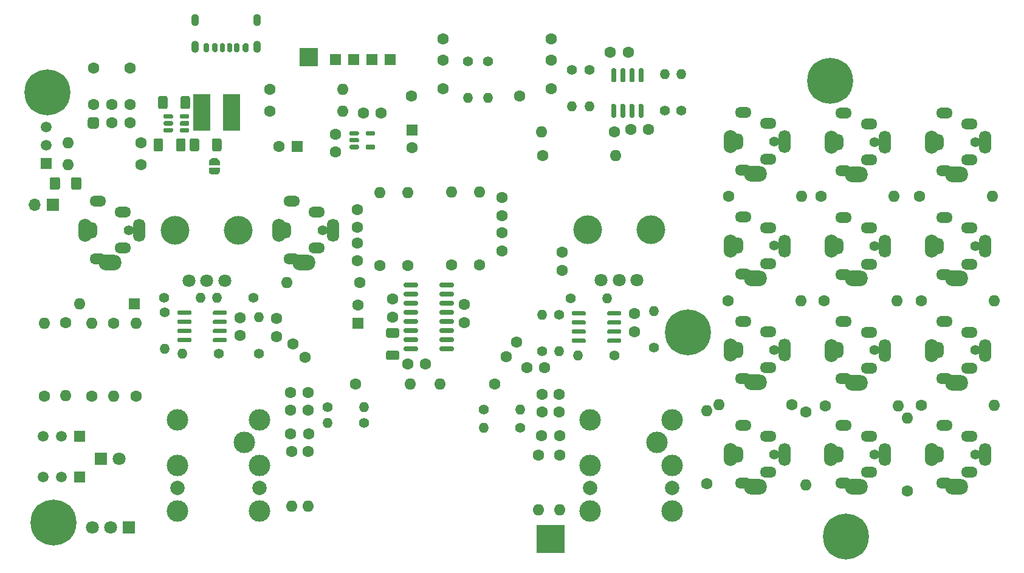
<source format=gts>
G04 #@! TF.GenerationSoftware,KiCad,Pcbnew,9.0.1+1*
G04 #@! TF.CreationDate,2025-05-08T22:10:53+00:00*
G04 #@! TF.ProjectId,spider2,73706964-6572-4322-9e6b-696361645f70,rev?*
G04 #@! TF.SameCoordinates,Original*
G04 #@! TF.FileFunction,Soldermask,Top*
G04 #@! TF.FilePolarity,Negative*
%FSLAX46Y46*%
G04 Gerber Fmt 4.6, Leading zero omitted, Abs format (unit mm)*
G04 Created by KiCad (PCBNEW 9.0.1+1) date 2025-05-08 22:10:53*
%MOMM*%
%LPD*%
G01*
G04 APERTURE LIST*
%ADD10C,1.400000*%
%ADD11O,1.400000X1.400000*%
%ADD12C,1.600000*%
%ADD13O,1.600000X1.600000*%
%ADD14R,1.600000X1.600000*%
%ADD15R,2.500000X2.500000*%
%ADD16O,2.300000X1.500000*%
%ADD17O,1.703200X3.203200*%
%ADD18O,1.903200X3.203200*%
%ADD19O,1.500000X2.300000*%
%ADD20O,3.203200X2.203200*%
%ADD21C,0.800000*%
%ADD22C,6.400000*%
%ADD23C,3.000000*%
%ADD24C,2.000000*%
%ADD25O,1.100000X1.700000*%
%ADD26R,1.500000X1.500000*%
%ADD27C,1.500000*%
%ADD28C,4.000000*%
%ADD29C,1.800000*%
%ADD30R,1.700000X1.700000*%
%ADD31O,1.700000X1.700000*%
%ADD32R,1.800000X1.800000*%
%ADD33R,2.350000X5.100000*%
%ADD34R,4.000000X4.000000*%
G04 APERTURE END LIST*
D10*
X225940000Y-73240000D03*
D11*
X225940000Y-68160000D03*
D12*
X147799400Y-34323400D03*
X152879400Y-34323400D03*
G36*
G01*
X147399400Y-41143400D02*
X148199400Y-41143400D01*
G75*
G02*
X148599400Y-41543400I0J-400000D01*
G01*
X148599400Y-42343400D01*
G75*
G02*
X148199400Y-42743400I-400000J0D01*
G01*
X147399400Y-42743400D01*
G75*
G02*
X146999400Y-42343400I0J400000D01*
G01*
X146999400Y-41543400D01*
G75*
G02*
X147399400Y-41143400I400000J0D01*
G01*
G37*
X150339400Y-41943400D03*
X152879400Y-41943400D03*
X147799400Y-39403400D03*
X150339400Y-39403400D03*
X152879400Y-39403400D03*
X262920000Y-52200000D03*
D13*
X273080000Y-52200000D03*
D12*
X219803450Y-32087766D03*
X222303450Y-32087766D03*
D10*
X214330000Y-66370000D03*
D11*
X219410000Y-66370000D03*
D10*
X227431600Y-40233600D03*
D11*
X227431600Y-35153600D03*
D12*
X187750000Y-61800000D03*
D13*
X187750000Y-51640000D03*
D10*
X220370000Y-74340000D03*
D11*
X215290000Y-74340000D03*
D12*
X263120000Y-81300000D03*
D13*
X273280000Y-81300000D03*
D12*
X177749200Y-87731600D03*
D13*
X177749200Y-95351600D03*
D14*
X192230000Y-42900000D03*
D12*
X192230000Y-45400000D03*
X204750000Y-52350000D03*
X204750000Y-54850000D03*
X204750000Y-59750000D03*
X204750000Y-57250000D03*
D14*
X153475000Y-67125000D03*
D13*
X145855000Y-67125000D03*
D12*
X154453450Y-47717766D03*
D13*
X144293450Y-47717766D03*
D10*
X202800000Y-33400000D03*
D11*
X202800000Y-38480000D03*
D12*
X208175000Y-76050000D03*
X210675000Y-76050000D03*
D15*
X177800000Y-32775000D03*
D16*
X238349112Y-92100000D03*
X241849112Y-90600000D03*
D10*
X242649112Y-88100000D03*
D17*
X244078391Y-88126253D03*
D18*
X236578391Y-88126253D03*
D19*
X237549112Y-88100000D03*
D16*
X238349112Y-84100000D03*
D20*
X240078391Y-92626253D03*
D16*
X241849112Y-85600000D03*
D21*
X248019532Y-36102461D03*
X248722476Y-34405405D03*
X248722476Y-37799517D03*
X250419532Y-33702461D03*
D22*
X250419532Y-36102461D03*
D21*
X250419532Y-38502461D03*
X252116588Y-34405405D03*
X252116588Y-37799517D03*
X252819532Y-36102461D03*
D10*
X157720000Y-68350000D03*
D11*
X157720000Y-73430000D03*
D12*
X199500000Y-69750000D03*
X199500000Y-67250000D03*
D10*
X216890600Y-34518600D03*
D11*
X216890600Y-39598600D03*
D12*
X196550000Y-33200000D03*
X196550000Y-30200000D03*
X192150000Y-38200000D03*
X196550000Y-37200000D03*
X212700000Y-82250000D03*
X212700000Y-79750000D03*
X175620000Y-72700000D03*
X177292827Y-74557862D03*
X175285400Y-85267800D03*
X177785400Y-85267800D03*
X191620000Y-61810000D03*
D13*
X191620000Y-51650000D03*
D12*
X261200000Y-93230000D03*
D13*
X261200000Y-83070000D03*
D12*
X249610000Y-66720000D03*
D13*
X259770000Y-66720000D03*
D23*
X226300000Y-86450000D03*
D24*
X228430000Y-92800000D03*
X217000000Y-92800000D03*
D23*
X217000000Y-96000000D03*
X228430000Y-89650000D03*
X217000000Y-89650000D03*
X228430000Y-96000000D03*
X228430000Y-83300000D03*
X217000000Y-83300000D03*
D12*
X184900000Y-64150000D03*
D13*
X174740000Y-64150000D03*
D23*
X168800000Y-86450000D03*
D24*
X170930000Y-92800000D03*
X159500000Y-92800000D03*
D23*
X159500000Y-96000000D03*
X170930000Y-89650000D03*
X159500000Y-89650000D03*
X170930000Y-96000000D03*
X170930000Y-83300000D03*
X159500000Y-83300000D03*
D12*
X147620000Y-79980000D03*
D13*
X147620000Y-69820000D03*
D12*
X249745000Y-81400000D03*
D13*
X259905000Y-81400000D03*
D10*
X185520000Y-83700000D03*
D11*
X180440000Y-83700000D03*
G36*
G01*
X156190036Y-45650000D02*
X156190036Y-44350000D01*
G75*
G02*
X156440036Y-44100000I250000J0D01*
G01*
X157265036Y-44100000D01*
G75*
G02*
X157515036Y-44350000I0J-250000D01*
G01*
X157515036Y-45650000D01*
G75*
G02*
X157265036Y-45900000I-250000J0D01*
G01*
X156440036Y-45900000D01*
G75*
G02*
X156190036Y-45650000I0J250000D01*
G01*
G37*
G36*
G01*
X159315036Y-45650000D02*
X159315036Y-44350000D01*
G75*
G02*
X159565036Y-44100000I250000J0D01*
G01*
X160390036Y-44100000D01*
G75*
G02*
X160640036Y-44350000I0J-250000D01*
G01*
X160640036Y-45650000D01*
G75*
G02*
X160390036Y-45900000I-250000J0D01*
G01*
X159565036Y-45900000D01*
G75*
G02*
X159315036Y-45650000I0J250000D01*
G01*
G37*
D12*
X249220000Y-52150000D03*
D13*
X259380000Y-52150000D03*
G36*
G01*
X167120000Y-31025000D02*
X167120000Y-31875000D01*
G75*
G02*
X166945000Y-32050000I-175000J0D01*
G01*
X166595000Y-32050000D01*
G75*
G02*
X166420000Y-31875000I0J175000D01*
G01*
X166420000Y-31025000D01*
G75*
G02*
X166595000Y-30850000I175000J0D01*
G01*
X166945000Y-30850000D01*
G75*
G02*
X167120000Y-31025000I0J-175000D01*
G01*
G37*
G36*
G01*
X164370000Y-31860000D02*
X164370000Y-31040000D01*
G75*
G02*
X164560000Y-30850000I190000J0D01*
G01*
X164940000Y-30850000D01*
G75*
G02*
X165130000Y-31040000I0J-190000D01*
G01*
X165130000Y-31860000D01*
G75*
G02*
X164940000Y-32050000I-190000J0D01*
G01*
X164560000Y-32050000D01*
G75*
G02*
X164370000Y-31860000I0J190000D01*
G01*
G37*
G36*
G01*
X163120000Y-31850000D02*
X163120000Y-31050000D01*
G75*
G02*
X163320000Y-30850000I200000J0D01*
G01*
X163720000Y-30850000D01*
G75*
G02*
X163920000Y-31050000I0J-200000D01*
G01*
X163920000Y-31850000D01*
G75*
G02*
X163720000Y-32050000I-200000J0D01*
G01*
X163320000Y-32050000D01*
G75*
G02*
X163120000Y-31850000I0J200000D01*
G01*
G37*
G36*
G01*
X165420000Y-31875000D02*
X165420000Y-31025000D01*
G75*
G02*
X165595000Y-30850000I175000J0D01*
G01*
X165945000Y-30850000D01*
G75*
G02*
X166120000Y-31025000I0J-175000D01*
G01*
X166120000Y-31875000D01*
G75*
G02*
X165945000Y-32050000I-175000J0D01*
G01*
X165595000Y-32050000D01*
G75*
G02*
X165420000Y-31875000I0J175000D01*
G01*
G37*
G36*
G01*
X168170000Y-31040000D02*
X168170000Y-31860000D01*
G75*
G02*
X167980000Y-32050000I-190000J0D01*
G01*
X167600000Y-32050000D01*
G75*
G02*
X167410000Y-31860000I0J190000D01*
G01*
X167410000Y-31040000D01*
G75*
G02*
X167600000Y-30850000I190000J0D01*
G01*
X167980000Y-30850000D01*
G75*
G02*
X168170000Y-31040000I0J-190000D01*
G01*
G37*
G36*
G01*
X169420000Y-31050000D02*
X169420000Y-31850000D01*
G75*
G02*
X169220000Y-32050000I-200000J0D01*
G01*
X168820000Y-32050000D01*
G75*
G02*
X168620000Y-31850000I0J200000D01*
G01*
X168620000Y-31050000D01*
G75*
G02*
X168820000Y-30850000I200000J0D01*
G01*
X169220000Y-30850000D01*
G75*
G02*
X169420000Y-31050000I0J-200000D01*
G01*
G37*
D25*
X170590000Y-31370000D03*
X170590000Y-27570000D03*
X161950000Y-31370000D03*
X161950000Y-27570000D03*
G36*
G01*
X146133450Y-49742767D02*
X146133450Y-50992765D01*
G75*
G02*
X145883449Y-51242766I-250001J0D01*
G01*
X144958451Y-51242766D01*
G75*
G02*
X144708450Y-50992765I0J250001D01*
G01*
X144708450Y-49742767D01*
G75*
G02*
X144958451Y-49492766I250001J0D01*
G01*
X145883449Y-49492766D01*
G75*
G02*
X146133450Y-49742767I0J-250001D01*
G01*
G37*
G36*
G01*
X143158450Y-49742767D02*
X143158450Y-50992765D01*
G75*
G02*
X142908449Y-51242766I-250001J0D01*
G01*
X141983451Y-51242766D01*
G75*
G02*
X141733450Y-50992765I0J250001D01*
G01*
X141733450Y-49742767D01*
G75*
G02*
X141983451Y-49492766I250001J0D01*
G01*
X142908449Y-49492766D01*
G75*
G02*
X143158450Y-49742767I0J-250001D01*
G01*
G37*
D12*
X203708000Y-78282800D03*
D13*
X196088000Y-78282800D03*
D12*
X201600000Y-61700000D03*
D13*
X201600000Y-51540000D03*
D10*
X229743000Y-40233600D03*
D11*
X229743000Y-35153600D03*
D12*
X236195000Y-66725000D03*
D13*
X246355000Y-66725000D03*
D14*
X176192380Y-45200000D03*
D12*
X173692380Y-45200000D03*
X191581400Y-75514200D03*
X194081400Y-75514200D03*
X143980000Y-69810000D03*
D13*
X143980000Y-79970000D03*
D12*
X181500000Y-43500000D03*
X181500000Y-46000000D03*
X247100000Y-82250000D03*
D13*
X247100000Y-92410000D03*
D10*
X210350000Y-73715000D03*
D11*
X210350000Y-68635000D03*
D16*
X238350000Y-63033333D03*
X241850000Y-61533333D03*
D10*
X242650000Y-59033333D03*
D17*
X244079279Y-59059586D03*
D18*
X236579279Y-59059586D03*
D19*
X237550000Y-59033333D03*
D16*
X238350000Y-55033333D03*
D20*
X240079279Y-63559586D03*
D16*
X241850000Y-56533333D03*
G36*
G01*
X214450000Y-68620000D02*
X214450000Y-68320000D01*
G75*
G02*
X214600000Y-68170000I150000J0D01*
G01*
X216250000Y-68170000D01*
G75*
G02*
X216400000Y-68320000I0J-150000D01*
G01*
X216400000Y-68620000D01*
G75*
G02*
X216250000Y-68770000I-150000J0D01*
G01*
X214600000Y-68770000D01*
G75*
G02*
X214450000Y-68620000I0J150000D01*
G01*
G37*
G36*
G01*
X214450000Y-69890000D02*
X214450000Y-69590000D01*
G75*
G02*
X214600000Y-69440000I150000J0D01*
G01*
X216250000Y-69440000D01*
G75*
G02*
X216400000Y-69590000I0J-150000D01*
G01*
X216400000Y-69890000D01*
G75*
G02*
X216250000Y-70040000I-150000J0D01*
G01*
X214600000Y-70040000D01*
G75*
G02*
X214450000Y-69890000I0J150000D01*
G01*
G37*
G36*
G01*
X214450000Y-71160000D02*
X214450000Y-70860000D01*
G75*
G02*
X214600000Y-70710000I150000J0D01*
G01*
X216250000Y-70710000D01*
G75*
G02*
X216400000Y-70860000I0J-150000D01*
G01*
X216400000Y-71160000D01*
G75*
G02*
X216250000Y-71310000I-150000J0D01*
G01*
X214600000Y-71310000D01*
G75*
G02*
X214450000Y-71160000I0J150000D01*
G01*
G37*
G36*
G01*
X214450000Y-72430000D02*
X214450000Y-72130000D01*
G75*
G02*
X214600000Y-71980000I150000J0D01*
G01*
X216250000Y-71980000D01*
G75*
G02*
X216400000Y-72130000I0J-150000D01*
G01*
X216400000Y-72430000D01*
G75*
G02*
X216250000Y-72580000I-150000J0D01*
G01*
X214600000Y-72580000D01*
G75*
G02*
X214450000Y-72430000I0J150000D01*
G01*
G37*
G36*
G01*
X219400000Y-72430000D02*
X219400000Y-72130000D01*
G75*
G02*
X219550000Y-71980000I150000J0D01*
G01*
X221200000Y-71980000D01*
G75*
G02*
X221350000Y-72130000I0J-150000D01*
G01*
X221350000Y-72430000D01*
G75*
G02*
X221200000Y-72580000I-150000J0D01*
G01*
X219550000Y-72580000D01*
G75*
G02*
X219400000Y-72430000I0J150000D01*
G01*
G37*
G36*
G01*
X219400000Y-71160000D02*
X219400000Y-70860000D01*
G75*
G02*
X219550000Y-70710000I150000J0D01*
G01*
X221200000Y-70710000D01*
G75*
G02*
X221350000Y-70860000I0J-150000D01*
G01*
X221350000Y-71160000D01*
G75*
G02*
X221200000Y-71310000I-150000J0D01*
G01*
X219550000Y-71310000D01*
G75*
G02*
X219400000Y-71160000I0J150000D01*
G01*
G37*
G36*
G01*
X219400000Y-69890000D02*
X219400000Y-69590000D01*
G75*
G02*
X219550000Y-69440000I150000J0D01*
G01*
X221200000Y-69440000D01*
G75*
G02*
X221350000Y-69590000I0J-150000D01*
G01*
X221350000Y-69890000D01*
G75*
G02*
X221200000Y-70040000I-150000J0D01*
G01*
X219550000Y-70040000D01*
G75*
G02*
X219400000Y-69890000I0J150000D01*
G01*
G37*
G36*
G01*
X219400000Y-68620000D02*
X219400000Y-68320000D01*
G75*
G02*
X219550000Y-68170000I150000J0D01*
G01*
X221200000Y-68170000D01*
G75*
G02*
X221350000Y-68320000I0J-150000D01*
G01*
X221350000Y-68620000D01*
G75*
G02*
X221200000Y-68770000I-150000J0D01*
G01*
X219550000Y-68770000D01*
G75*
G02*
X219400000Y-68620000I0J150000D01*
G01*
G37*
D26*
X145860000Y-85630000D03*
D27*
X143320000Y-85630000D03*
X140780000Y-85630000D03*
D12*
X173325000Y-69175000D03*
X173325000Y-71675000D03*
X175285400Y-81991200D03*
X175285400Y-79491200D03*
X210388200Y-46456600D03*
D13*
X220548200Y-46456600D03*
D26*
X189176000Y-33075000D03*
D16*
X238350000Y-77566666D03*
X241850000Y-76066666D03*
D10*
X242650000Y-73566666D03*
D17*
X244079279Y-73592919D03*
D18*
X236579279Y-73592919D03*
D19*
X237550000Y-73566666D03*
D16*
X238350000Y-69566666D03*
D20*
X240079279Y-78092919D03*
D16*
X241850000Y-71066666D03*
X175424065Y-60868249D03*
X178924065Y-59368249D03*
D10*
X179724065Y-56868249D03*
D17*
X181153344Y-56894502D03*
D18*
X173653344Y-56894502D03*
D19*
X174624065Y-56868249D03*
D16*
X175424065Y-52868249D03*
D20*
X177153344Y-61394502D03*
D16*
X178924065Y-54368249D03*
D21*
X228260142Y-71088261D03*
X228963086Y-69391205D03*
X228963086Y-72785317D03*
X230660142Y-68688261D03*
D22*
X230660142Y-71088261D03*
D21*
X230660142Y-73488261D03*
X232357198Y-69391205D03*
X232357198Y-72785317D03*
X233060142Y-71088261D03*
D12*
X154453450Y-44697766D03*
D13*
X144293450Y-44697766D03*
G36*
X163917400Y-47850000D02*
G01*
X163917400Y-47350000D01*
X163921678Y-47350000D01*
X163921678Y-47284737D01*
X163955460Y-47158658D01*
X164020723Y-47045619D01*
X164113019Y-46953323D01*
X164226058Y-46888060D01*
X164352137Y-46854278D01*
X164417400Y-46854278D01*
X164417400Y-46850000D01*
X164917400Y-46850000D01*
X164917400Y-46854278D01*
X164982663Y-46854278D01*
X165108742Y-46888060D01*
X165221781Y-46953323D01*
X165314077Y-47045619D01*
X165379340Y-47158658D01*
X165413122Y-47284737D01*
X165413122Y-47350000D01*
X165417400Y-47350000D01*
X165417400Y-47850000D01*
X163917400Y-47850000D01*
G37*
G36*
X165413122Y-48650000D02*
G01*
X165413122Y-48715263D01*
X165379340Y-48841342D01*
X165314077Y-48954381D01*
X165221781Y-49046677D01*
X165108742Y-49111940D01*
X164982663Y-49145722D01*
X164917400Y-49145722D01*
X164917400Y-49150000D01*
X164417400Y-49150000D01*
X164417400Y-49145722D01*
X164352137Y-49145722D01*
X164226058Y-49111940D01*
X164113019Y-49046677D01*
X164020723Y-48954381D01*
X163955460Y-48841342D01*
X163921678Y-48715263D01*
X163921678Y-48650000D01*
X163917400Y-48650000D01*
X163917400Y-48150000D01*
X165417400Y-48150000D01*
X165417400Y-48650000D01*
X165413122Y-48650000D01*
G37*
D16*
X266350000Y-48600000D03*
X269850000Y-47100000D03*
D10*
X270650000Y-44600000D03*
D17*
X272079279Y-44626253D03*
D18*
X264579279Y-44626253D03*
D19*
X265550000Y-44600000D03*
D16*
X266350000Y-40600000D03*
D20*
X268079279Y-49126253D03*
D16*
X269850000Y-42100000D03*
D12*
X184550000Y-56500000D03*
X184550000Y-54000000D03*
D26*
X181571000Y-33075000D03*
D10*
X202200000Y-81900000D03*
D11*
X207280000Y-81900000D03*
D28*
X159200000Y-56900000D03*
X168000000Y-56900000D03*
D29*
X166100000Y-63900000D03*
X163600000Y-63900000D03*
X161100000Y-63900000D03*
D12*
X206779532Y-72445529D03*
X205310069Y-74468071D03*
X189500000Y-69000000D03*
X189500000Y-66500000D03*
D26*
X184111000Y-33075000D03*
D12*
X172390000Y-37220000D03*
D13*
X182550000Y-37220000D03*
D12*
X175420000Y-87731600D03*
D13*
X175420000Y-95351600D03*
D26*
X186651000Y-33075000D03*
X145860000Y-91247766D03*
D27*
X143320000Y-91247766D03*
X140780000Y-91247766D03*
D12*
X150660000Y-69820000D03*
D13*
X150660000Y-79980000D03*
D16*
X266350000Y-77600000D03*
X269850000Y-76100000D03*
D10*
X270650000Y-73600000D03*
D17*
X272079279Y-73626253D03*
D18*
X264579279Y-73626253D03*
D19*
X265550000Y-73600000D03*
D16*
X266350000Y-69600000D03*
D20*
X268079279Y-78126253D03*
D16*
X269850000Y-71100000D03*
D10*
X157675000Y-66325000D03*
D11*
X162754999Y-66325000D03*
D30*
X142163450Y-53347766D03*
D31*
X139623450Y-53347766D03*
D12*
X187900000Y-40600000D03*
X185400000Y-40600000D03*
X172390000Y-40270000D03*
D13*
X182550000Y-40270000D03*
D21*
X250250000Y-99550000D03*
X250952944Y-97852944D03*
X250952944Y-101247056D03*
X252650000Y-97150000D03*
D22*
X252650000Y-99550000D03*
D21*
X252650000Y-101950000D03*
X254347056Y-97852944D03*
X254347056Y-101247056D03*
X255050000Y-99550000D03*
D12*
X209770000Y-88200000D03*
D13*
X209770000Y-95820000D03*
G36*
G01*
X183470000Y-43550000D02*
X183470000Y-43250000D01*
G75*
G02*
X183620000Y-43100000I150000J0D01*
G01*
X184645000Y-43100000D01*
G75*
G02*
X184795000Y-43250000I0J-150000D01*
G01*
X184795000Y-43550000D01*
G75*
G02*
X184645000Y-43700000I-150000J0D01*
G01*
X183620000Y-43700000D01*
G75*
G02*
X183470000Y-43550000I0J150000D01*
G01*
G37*
G36*
G01*
X183470000Y-44500000D02*
X183470000Y-44200000D01*
G75*
G02*
X183620000Y-44050000I150000J0D01*
G01*
X184645000Y-44050000D01*
G75*
G02*
X184795000Y-44200000I0J-150000D01*
G01*
X184795000Y-44500000D01*
G75*
G02*
X184645000Y-44650000I-150000J0D01*
G01*
X183620000Y-44650000D01*
G75*
G02*
X183470000Y-44500000I0J150000D01*
G01*
G37*
G36*
G01*
X183470000Y-45450000D02*
X183470000Y-45150000D01*
G75*
G02*
X183620000Y-45000000I150000J0D01*
G01*
X184645000Y-45000000D01*
G75*
G02*
X184795000Y-45150000I0J-150000D01*
G01*
X184795000Y-45450000D01*
G75*
G02*
X184645000Y-45600000I-150000J0D01*
G01*
X183620000Y-45600000D01*
G75*
G02*
X183470000Y-45450000I0J150000D01*
G01*
G37*
G36*
G01*
X185745000Y-45450000D02*
X185745000Y-45150000D01*
G75*
G02*
X185895000Y-45000000I150000J0D01*
G01*
X186920000Y-45000000D01*
G75*
G02*
X187070000Y-45150000I0J-150000D01*
G01*
X187070000Y-45450000D01*
G75*
G02*
X186920000Y-45600000I-150000J0D01*
G01*
X185895000Y-45600000D01*
G75*
G02*
X185745000Y-45450000I0J150000D01*
G01*
G37*
G36*
G01*
X185745000Y-43550000D02*
X185745000Y-43250000D01*
G75*
G02*
X185895000Y-43100000I150000J0D01*
G01*
X186920000Y-43100000D01*
G75*
G02*
X187070000Y-43250000I0J-150000D01*
G01*
X187070000Y-43550000D01*
G75*
G02*
X186920000Y-43700000I-150000J0D01*
G01*
X185895000Y-43700000D01*
G75*
G02*
X185745000Y-43550000I0J150000D01*
G01*
G37*
D12*
X236270000Y-52150000D03*
D13*
X246430000Y-52150000D03*
D10*
X214477600Y-34544000D03*
D11*
X214477600Y-39624000D03*
D12*
X211550000Y-33200000D03*
X211550000Y-30200000D03*
X207150000Y-38200000D03*
X211550000Y-37200000D03*
D16*
X266350000Y-63100000D03*
X269850000Y-61600000D03*
D10*
X270650000Y-59100000D03*
D17*
X272079279Y-59126253D03*
D18*
X264579279Y-59126253D03*
D19*
X265550000Y-59100000D03*
D16*
X266350000Y-55100000D03*
D20*
X268079279Y-63626253D03*
D16*
X269850000Y-56600000D03*
X238350000Y-48500000D03*
X241850000Y-47000000D03*
D10*
X242650000Y-44500000D03*
D17*
X244079279Y-44526253D03*
D18*
X236579279Y-44526253D03*
D19*
X237550000Y-44500000D03*
D16*
X238350000Y-40500000D03*
D20*
X240079279Y-49026253D03*
D16*
X241850000Y-42000000D03*
G36*
G01*
X220458400Y-41219800D02*
X220158400Y-41219800D01*
G75*
G02*
X220008400Y-41069800I0J150000D01*
G01*
X220008400Y-39419800D01*
G75*
G02*
X220158400Y-39269800I150000J0D01*
G01*
X220458400Y-39269800D01*
G75*
G02*
X220608400Y-39419800I0J-150000D01*
G01*
X220608400Y-41069800D01*
G75*
G02*
X220458400Y-41219800I-150000J0D01*
G01*
G37*
G36*
G01*
X221728400Y-41219800D02*
X221428400Y-41219800D01*
G75*
G02*
X221278400Y-41069800I0J150000D01*
G01*
X221278400Y-39419800D01*
G75*
G02*
X221428400Y-39269800I150000J0D01*
G01*
X221728400Y-39269800D01*
G75*
G02*
X221878400Y-39419800I0J-150000D01*
G01*
X221878400Y-41069800D01*
G75*
G02*
X221728400Y-41219800I-150000J0D01*
G01*
G37*
G36*
G01*
X222998400Y-41219800D02*
X222698400Y-41219800D01*
G75*
G02*
X222548400Y-41069800I0J150000D01*
G01*
X222548400Y-39419800D01*
G75*
G02*
X222698400Y-39269800I150000J0D01*
G01*
X222998400Y-39269800D01*
G75*
G02*
X223148400Y-39419800I0J-150000D01*
G01*
X223148400Y-41069800D01*
G75*
G02*
X222998400Y-41219800I-150000J0D01*
G01*
G37*
G36*
G01*
X224268400Y-41219800D02*
X223968400Y-41219800D01*
G75*
G02*
X223818400Y-41069800I0J150000D01*
G01*
X223818400Y-39419800D01*
G75*
G02*
X223968400Y-39269800I150000J0D01*
G01*
X224268400Y-39269800D01*
G75*
G02*
X224418400Y-39419800I0J-150000D01*
G01*
X224418400Y-41069800D01*
G75*
G02*
X224268400Y-41219800I-150000J0D01*
G01*
G37*
G36*
G01*
X224268400Y-36269800D02*
X223968400Y-36269800D01*
G75*
G02*
X223818400Y-36119800I0J150000D01*
G01*
X223818400Y-34469800D01*
G75*
G02*
X223968400Y-34319800I150000J0D01*
G01*
X224268400Y-34319800D01*
G75*
G02*
X224418400Y-34469800I0J-150000D01*
G01*
X224418400Y-36119800D01*
G75*
G02*
X224268400Y-36269800I-150000J0D01*
G01*
G37*
G36*
G01*
X222998400Y-36269800D02*
X222698400Y-36269800D01*
G75*
G02*
X222548400Y-36119800I0J150000D01*
G01*
X222548400Y-34469800D01*
G75*
G02*
X222698400Y-34319800I150000J0D01*
G01*
X222998400Y-34319800D01*
G75*
G02*
X223148400Y-34469800I0J-150000D01*
G01*
X223148400Y-36119800D01*
G75*
G02*
X222998400Y-36269800I-150000J0D01*
G01*
G37*
G36*
G01*
X221728400Y-36269800D02*
X221428400Y-36269800D01*
G75*
G02*
X221278400Y-36119800I0J150000D01*
G01*
X221278400Y-34469800D01*
G75*
G02*
X221428400Y-34319800I150000J0D01*
G01*
X221728400Y-34319800D01*
G75*
G02*
X221878400Y-34469800I0J-150000D01*
G01*
X221878400Y-36119800D01*
G75*
G02*
X221728400Y-36269800I-150000J0D01*
G01*
G37*
G36*
G01*
X220458400Y-36269800D02*
X220158400Y-36269800D01*
G75*
G02*
X220008400Y-36119800I0J150000D01*
G01*
X220008400Y-34469800D01*
G75*
G02*
X220158400Y-34319800I150000J0D01*
G01*
X220458400Y-34319800D01*
G75*
G02*
X220608400Y-34469800I0J-150000D01*
G01*
X220608400Y-36119800D01*
G75*
G02*
X220458400Y-36269800I-150000J0D01*
G01*
G37*
D12*
X263120000Y-66750000D03*
D13*
X273280000Y-66750000D03*
D12*
X233260000Y-92180000D03*
D13*
X233260000Y-82020000D03*
D16*
X252350000Y-63100000D03*
X255850000Y-61600000D03*
D10*
X256650000Y-59100000D03*
D17*
X258079279Y-59126253D03*
D18*
X250579279Y-59126253D03*
D19*
X251550000Y-59100000D03*
D16*
X252350000Y-55100000D03*
D20*
X254079279Y-63626253D03*
D16*
X255850000Y-56600000D03*
D10*
X170825000Y-74125000D03*
D11*
X170825000Y-69045000D03*
D16*
X252350000Y-77600000D03*
X255850000Y-76100000D03*
D10*
X256650000Y-73600000D03*
D17*
X258079279Y-73626253D03*
D18*
X250579279Y-73626253D03*
D19*
X251550000Y-73600000D03*
D16*
X252350000Y-69600000D03*
D20*
X254079279Y-78126253D03*
D16*
X255850000Y-71100000D03*
X252350000Y-48600000D03*
X255850000Y-47100000D03*
D10*
X256650000Y-44600000D03*
D17*
X258079279Y-44626253D03*
D18*
X250579279Y-44626253D03*
D19*
X251550000Y-44600000D03*
D16*
X252350000Y-40600000D03*
D20*
X254079279Y-49126253D03*
D16*
X255850000Y-42100000D03*
D10*
X212675000Y-68670000D03*
D11*
X212675000Y-73750000D03*
D10*
X170125000Y-66300000D03*
D11*
X165045000Y-66300000D03*
D12*
X225176400Y-42849800D03*
X222676400Y-42849800D03*
X184550000Y-58650000D03*
X184550000Y-61150000D03*
D16*
X148415198Y-60869712D03*
X151915198Y-59369712D03*
D10*
X152715198Y-56869712D03*
D17*
X154144477Y-56895965D03*
D18*
X146644477Y-56895965D03*
D19*
X147615198Y-56869712D03*
D16*
X148415198Y-52869712D03*
D20*
X150144477Y-61395965D03*
D16*
X151915198Y-54369712D03*
D12*
X168249600Y-71588000D03*
X168249600Y-69088000D03*
D10*
X165270000Y-74100000D03*
D11*
X160190000Y-74100000D03*
D16*
X252349112Y-92100000D03*
X255849112Y-90600000D03*
D10*
X256649112Y-88100000D03*
D17*
X258078391Y-88126253D03*
D18*
X250578391Y-88126253D03*
D19*
X251549112Y-88100000D03*
D16*
X252349112Y-84100000D03*
D20*
X254078391Y-92626253D03*
D16*
X255849112Y-85600000D03*
X266350000Y-92100000D03*
X269850000Y-90600000D03*
D10*
X270650000Y-88100000D03*
D17*
X272079279Y-88126253D03*
D18*
X264579279Y-88126253D03*
D19*
X265550000Y-88100000D03*
D16*
X266350000Y-84100000D03*
D20*
X268079279Y-92626253D03*
D16*
X269850000Y-85600000D03*
D12*
X177698400Y-81991200D03*
X177698400Y-79491200D03*
G36*
G01*
X161267400Y-38450000D02*
X161267400Y-39750000D01*
G75*
G02*
X161017400Y-40000000I-250000J0D01*
G01*
X160192400Y-40000000D01*
G75*
G02*
X159942400Y-39750000I0J250000D01*
G01*
X159942400Y-38450000D01*
G75*
G02*
X160192400Y-38200000I250000J0D01*
G01*
X161017400Y-38200000D01*
G75*
G02*
X161267400Y-38450000I0J-250000D01*
G01*
G37*
G36*
G01*
X158142400Y-38450000D02*
X158142400Y-39750000D01*
G75*
G02*
X157892400Y-40000000I-250000J0D01*
G01*
X157067400Y-40000000D01*
G75*
G02*
X156817400Y-39750000I0J250000D01*
G01*
X156817400Y-38450000D01*
G75*
G02*
X157067400Y-38200000I250000J0D01*
G01*
X157892400Y-38200000D01*
G75*
G02*
X158142400Y-38450000I0J-250000D01*
G01*
G37*
X153730000Y-79980000D03*
D13*
X153730000Y-69820000D03*
D12*
X184300000Y-78300000D03*
D13*
X191920000Y-78300000D03*
G36*
G01*
X161217400Y-45650778D02*
X161217400Y-44350778D01*
G75*
G02*
X161467400Y-44100778I250000J0D01*
G01*
X162292400Y-44100778D01*
G75*
G02*
X162542400Y-44350778I0J-250000D01*
G01*
X162542400Y-45650778D01*
G75*
G02*
X162292400Y-45900778I-250000J0D01*
G01*
X161467400Y-45900778D01*
G75*
G02*
X161217400Y-45650778I0J250000D01*
G01*
G37*
G36*
G01*
X164342400Y-45650778D02*
X164342400Y-44350778D01*
G75*
G02*
X164592400Y-44100778I250000J0D01*
G01*
X165417400Y-44100778D01*
G75*
G02*
X165667400Y-44350778I0J-250000D01*
G01*
X165667400Y-45650778D01*
G75*
G02*
X165417400Y-45900778I-250000J0D01*
G01*
X164592400Y-45900778D01*
G75*
G02*
X164342400Y-45650778I0J250000D01*
G01*
G37*
D32*
X148875000Y-88725000D03*
D29*
X151415000Y-88725000D03*
D10*
X200000000Y-33400000D03*
D11*
X200000000Y-38480000D03*
G36*
G01*
X191050000Y-64670000D02*
X191050000Y-64370000D01*
G75*
G02*
X191200000Y-64220000I150000J0D01*
G01*
X192900000Y-64220000D01*
G75*
G02*
X193050000Y-64370000I0J-150000D01*
G01*
X193050000Y-64670000D01*
G75*
G02*
X192900000Y-64820000I-150000J0D01*
G01*
X191200000Y-64820000D01*
G75*
G02*
X191050000Y-64670000I0J150000D01*
G01*
G37*
G36*
G01*
X191050000Y-65940000D02*
X191050000Y-65640000D01*
G75*
G02*
X191200000Y-65490000I150000J0D01*
G01*
X192900000Y-65490000D01*
G75*
G02*
X193050000Y-65640000I0J-150000D01*
G01*
X193050000Y-65940000D01*
G75*
G02*
X192900000Y-66090000I-150000J0D01*
G01*
X191200000Y-66090000D01*
G75*
G02*
X191050000Y-65940000I0J150000D01*
G01*
G37*
G36*
G01*
X191050000Y-67210000D02*
X191050000Y-66910000D01*
G75*
G02*
X191200000Y-66760000I150000J0D01*
G01*
X192900000Y-66760000D01*
G75*
G02*
X193050000Y-66910000I0J-150000D01*
G01*
X193050000Y-67210000D01*
G75*
G02*
X192900000Y-67360000I-150000J0D01*
G01*
X191200000Y-67360000D01*
G75*
G02*
X191050000Y-67210000I0J150000D01*
G01*
G37*
G36*
G01*
X191050000Y-68480000D02*
X191050000Y-68180000D01*
G75*
G02*
X191200000Y-68030000I150000J0D01*
G01*
X192900000Y-68030000D01*
G75*
G02*
X193050000Y-68180000I0J-150000D01*
G01*
X193050000Y-68480000D01*
G75*
G02*
X192900000Y-68630000I-150000J0D01*
G01*
X191200000Y-68630000D01*
G75*
G02*
X191050000Y-68480000I0J150000D01*
G01*
G37*
G36*
G01*
X191050000Y-69750000D02*
X191050000Y-69450000D01*
G75*
G02*
X191200000Y-69300000I150000J0D01*
G01*
X192900000Y-69300000D01*
G75*
G02*
X193050000Y-69450000I0J-150000D01*
G01*
X193050000Y-69750000D01*
G75*
G02*
X192900000Y-69900000I-150000J0D01*
G01*
X191200000Y-69900000D01*
G75*
G02*
X191050000Y-69750000I0J150000D01*
G01*
G37*
G36*
G01*
X191050000Y-71020000D02*
X191050000Y-70720000D01*
G75*
G02*
X191200000Y-70570000I150000J0D01*
G01*
X192900000Y-70570000D01*
G75*
G02*
X193050000Y-70720000I0J-150000D01*
G01*
X193050000Y-71020000D01*
G75*
G02*
X192900000Y-71170000I-150000J0D01*
G01*
X191200000Y-71170000D01*
G75*
G02*
X191050000Y-71020000I0J150000D01*
G01*
G37*
G36*
G01*
X191050000Y-72290000D02*
X191050000Y-71990000D01*
G75*
G02*
X191200000Y-71840000I150000J0D01*
G01*
X192900000Y-71840000D01*
G75*
G02*
X193050000Y-71990000I0J-150000D01*
G01*
X193050000Y-72290000D01*
G75*
G02*
X192900000Y-72440000I-150000J0D01*
G01*
X191200000Y-72440000D01*
G75*
G02*
X191050000Y-72290000I0J150000D01*
G01*
G37*
G36*
G01*
X191050000Y-73560000D02*
X191050000Y-73260000D01*
G75*
G02*
X191200000Y-73110000I150000J0D01*
G01*
X192900000Y-73110000D01*
G75*
G02*
X193050000Y-73260000I0J-150000D01*
G01*
X193050000Y-73560000D01*
G75*
G02*
X192900000Y-73710000I-150000J0D01*
G01*
X191200000Y-73710000D01*
G75*
G02*
X191050000Y-73560000I0J150000D01*
G01*
G37*
G36*
G01*
X196050000Y-73560000D02*
X196050000Y-73260000D01*
G75*
G02*
X196200000Y-73110000I150000J0D01*
G01*
X197900000Y-73110000D01*
G75*
G02*
X198050000Y-73260000I0J-150000D01*
G01*
X198050000Y-73560000D01*
G75*
G02*
X197900000Y-73710000I-150000J0D01*
G01*
X196200000Y-73710000D01*
G75*
G02*
X196050000Y-73560000I0J150000D01*
G01*
G37*
G36*
G01*
X196050000Y-72290000D02*
X196050000Y-71990000D01*
G75*
G02*
X196200000Y-71840000I150000J0D01*
G01*
X197900000Y-71840000D01*
G75*
G02*
X198050000Y-71990000I0J-150000D01*
G01*
X198050000Y-72290000D01*
G75*
G02*
X197900000Y-72440000I-150000J0D01*
G01*
X196200000Y-72440000D01*
G75*
G02*
X196050000Y-72290000I0J150000D01*
G01*
G37*
G36*
G01*
X196050000Y-71020000D02*
X196050000Y-70720000D01*
G75*
G02*
X196200000Y-70570000I150000J0D01*
G01*
X197900000Y-70570000D01*
G75*
G02*
X198050000Y-70720000I0J-150000D01*
G01*
X198050000Y-71020000D01*
G75*
G02*
X197900000Y-71170000I-150000J0D01*
G01*
X196200000Y-71170000D01*
G75*
G02*
X196050000Y-71020000I0J150000D01*
G01*
G37*
G36*
G01*
X196050000Y-69750000D02*
X196050000Y-69450000D01*
G75*
G02*
X196200000Y-69300000I150000J0D01*
G01*
X197900000Y-69300000D01*
G75*
G02*
X198050000Y-69450000I0J-150000D01*
G01*
X198050000Y-69750000D01*
G75*
G02*
X197900000Y-69900000I-150000J0D01*
G01*
X196200000Y-69900000D01*
G75*
G02*
X196050000Y-69750000I0J150000D01*
G01*
G37*
G36*
G01*
X196050000Y-68480000D02*
X196050000Y-68180000D01*
G75*
G02*
X196200000Y-68030000I150000J0D01*
G01*
X197900000Y-68030000D01*
G75*
G02*
X198050000Y-68180000I0J-150000D01*
G01*
X198050000Y-68480000D01*
G75*
G02*
X197900000Y-68630000I-150000J0D01*
G01*
X196200000Y-68630000D01*
G75*
G02*
X196050000Y-68480000I0J150000D01*
G01*
G37*
G36*
G01*
X196050000Y-67210000D02*
X196050000Y-66910000D01*
G75*
G02*
X196200000Y-66760000I150000J0D01*
G01*
X197900000Y-66760000D01*
G75*
G02*
X198050000Y-66910000I0J-150000D01*
G01*
X198050000Y-67210000D01*
G75*
G02*
X197900000Y-67360000I-150000J0D01*
G01*
X196200000Y-67360000D01*
G75*
G02*
X196050000Y-67210000I0J150000D01*
G01*
G37*
G36*
G01*
X196050000Y-65940000D02*
X196050000Y-65640000D01*
G75*
G02*
X196200000Y-65490000I150000J0D01*
G01*
X197900000Y-65490000D01*
G75*
G02*
X198050000Y-65640000I0J-150000D01*
G01*
X198050000Y-65940000D01*
G75*
G02*
X197900000Y-66090000I-150000J0D01*
G01*
X196200000Y-66090000D01*
G75*
G02*
X196050000Y-65940000I0J150000D01*
G01*
G37*
G36*
G01*
X196050000Y-64670000D02*
X196050000Y-64370000D01*
G75*
G02*
X196200000Y-64220000I150000J0D01*
G01*
X197900000Y-64220000D01*
G75*
G02*
X198050000Y-64370000I0J-150000D01*
G01*
X198050000Y-64670000D01*
G75*
G02*
X197900000Y-64820000I-150000J0D01*
G01*
X196200000Y-64820000D01*
G75*
G02*
X196050000Y-64670000I0J150000D01*
G01*
G37*
D10*
X207280000Y-84425000D03*
D11*
X202200000Y-84425000D03*
D12*
X220395800Y-43180000D03*
D13*
X210235800Y-43180000D03*
D12*
X210290000Y-82226600D03*
X210290000Y-79726600D03*
D28*
X216650000Y-56800000D03*
X225450000Y-56800000D03*
D29*
X223550000Y-63800000D03*
X221050000Y-63800000D03*
X218550000Y-63800000D03*
D12*
X197735200Y-61700000D03*
D13*
X197735200Y-51540000D03*
D12*
X212775000Y-88200000D03*
D13*
X212775000Y-95820000D03*
D12*
X213080600Y-59984000D03*
X213080600Y-62484000D03*
G36*
G01*
X157562500Y-41200000D02*
X157562500Y-40900000D01*
G75*
G02*
X157712500Y-40750000I150000J0D01*
G01*
X158737500Y-40750000D01*
G75*
G02*
X158887500Y-40900000I0J-150000D01*
G01*
X158887500Y-41200000D01*
G75*
G02*
X158737500Y-41350000I-150000J0D01*
G01*
X157712500Y-41350000D01*
G75*
G02*
X157562500Y-41200000I0J150000D01*
G01*
G37*
G36*
G01*
X157562500Y-42150000D02*
X157562500Y-41850000D01*
G75*
G02*
X157712500Y-41700000I150000J0D01*
G01*
X158737500Y-41700000D01*
G75*
G02*
X158887500Y-41850000I0J-150000D01*
G01*
X158887500Y-42150000D01*
G75*
G02*
X158737500Y-42300000I-150000J0D01*
G01*
X157712500Y-42300000D01*
G75*
G02*
X157562500Y-42150000I0J150000D01*
G01*
G37*
G36*
G01*
X157562500Y-43100000D02*
X157562500Y-42800000D01*
G75*
G02*
X157712500Y-42650000I150000J0D01*
G01*
X158737500Y-42650000D01*
G75*
G02*
X158887500Y-42800000I0J-150000D01*
G01*
X158887500Y-43100000D01*
G75*
G02*
X158737500Y-43250000I-150000J0D01*
G01*
X157712500Y-43250000D01*
G75*
G02*
X157562500Y-43100000I0J150000D01*
G01*
G37*
G36*
G01*
X159837500Y-43100000D02*
X159837500Y-42800000D01*
G75*
G02*
X159987500Y-42650000I150000J0D01*
G01*
X161012500Y-42650000D01*
G75*
G02*
X161162500Y-42800000I0J-150000D01*
G01*
X161162500Y-43100000D01*
G75*
G02*
X161012500Y-43250000I-150000J0D01*
G01*
X159987500Y-43250000D01*
G75*
G02*
X159837500Y-43100000I0J150000D01*
G01*
G37*
G36*
G01*
X159837500Y-42150000D02*
X159837500Y-41850000D01*
G75*
G02*
X159987500Y-41700000I150000J0D01*
G01*
X161012500Y-41700000D01*
G75*
G02*
X161162500Y-41850000I0J-150000D01*
G01*
X161162500Y-42150000D01*
G75*
G02*
X161012500Y-42300000I-150000J0D01*
G01*
X159987500Y-42300000D01*
G75*
G02*
X159837500Y-42150000I0J150000D01*
G01*
G37*
G36*
G01*
X159837500Y-41200000D02*
X159837500Y-40900000D01*
G75*
G02*
X159987500Y-40750000I150000J0D01*
G01*
X161012500Y-40750000D01*
G75*
G02*
X161162500Y-40900000I0J-150000D01*
G01*
X161162500Y-41200000D01*
G75*
G02*
X161012500Y-41350000I-150000J0D01*
G01*
X159987500Y-41350000D01*
G75*
G02*
X159837500Y-41200000I0J150000D01*
G01*
G37*
X245080000Y-81225000D03*
D13*
X234920000Y-81225000D03*
D33*
X162867400Y-40500000D03*
X167017400Y-40500000D03*
D32*
X152742934Y-98294059D03*
D29*
X150202934Y-98294059D03*
X147662934Y-98294059D03*
D10*
X180460000Y-81500000D03*
D11*
X185540000Y-81500000D03*
D21*
X139840000Y-97590000D03*
X140542944Y-95892944D03*
X140542944Y-99287056D03*
X142240000Y-95190000D03*
D22*
X142240000Y-97590000D03*
D21*
X142240000Y-99990000D03*
X143937056Y-95892944D03*
X143937056Y-99287056D03*
X144640000Y-97590000D03*
D12*
X140970000Y-79980000D03*
D13*
X140970000Y-69820000D03*
D12*
X223200000Y-71000000D03*
X223200000Y-68500000D03*
X210250000Y-85500000D03*
X212750000Y-85500000D03*
D14*
X184650000Y-69850000D03*
D12*
X184650000Y-67350000D03*
D21*
X138994600Y-37691600D03*
X139697544Y-35994544D03*
X139697544Y-39388656D03*
X141394600Y-35291600D03*
D22*
X141394600Y-37691600D03*
D21*
X141394600Y-40091600D03*
X143091656Y-35994544D03*
X143091656Y-39388656D03*
X143794600Y-37691600D03*
G36*
G01*
X159510000Y-68535000D02*
X159510000Y-68235000D01*
G75*
G02*
X159660000Y-68085000I150000J0D01*
G01*
X161310000Y-68085000D01*
G75*
G02*
X161460000Y-68235000I0J-150000D01*
G01*
X161460000Y-68535000D01*
G75*
G02*
X161310000Y-68685000I-150000J0D01*
G01*
X159660000Y-68685000D01*
G75*
G02*
X159510000Y-68535000I0J150000D01*
G01*
G37*
G36*
G01*
X159510000Y-69805000D02*
X159510000Y-69505000D01*
G75*
G02*
X159660000Y-69355000I150000J0D01*
G01*
X161310000Y-69355000D01*
G75*
G02*
X161460000Y-69505000I0J-150000D01*
G01*
X161460000Y-69805000D01*
G75*
G02*
X161310000Y-69955000I-150000J0D01*
G01*
X159660000Y-69955000D01*
G75*
G02*
X159510000Y-69805000I0J150000D01*
G01*
G37*
G36*
G01*
X159510000Y-71075000D02*
X159510000Y-70775000D01*
G75*
G02*
X159660000Y-70625000I150000J0D01*
G01*
X161310000Y-70625000D01*
G75*
G02*
X161460000Y-70775000I0J-150000D01*
G01*
X161460000Y-71075000D01*
G75*
G02*
X161310000Y-71225000I-150000J0D01*
G01*
X159660000Y-71225000D01*
G75*
G02*
X159510000Y-71075000I0J150000D01*
G01*
G37*
G36*
G01*
X159510000Y-72345000D02*
X159510000Y-72045000D01*
G75*
G02*
X159660000Y-71895000I150000J0D01*
G01*
X161310000Y-71895000D01*
G75*
G02*
X161460000Y-72045000I0J-150000D01*
G01*
X161460000Y-72345000D01*
G75*
G02*
X161310000Y-72495000I-150000J0D01*
G01*
X159660000Y-72495000D01*
G75*
G02*
X159510000Y-72345000I0J150000D01*
G01*
G37*
G36*
G01*
X164460000Y-72345000D02*
X164460000Y-72045000D01*
G75*
G02*
X164610000Y-71895000I150000J0D01*
G01*
X166260000Y-71895000D01*
G75*
G02*
X166410000Y-72045000I0J-150000D01*
G01*
X166410000Y-72345000D01*
G75*
G02*
X166260000Y-72495000I-150000J0D01*
G01*
X164610000Y-72495000D01*
G75*
G02*
X164460000Y-72345000I0J150000D01*
G01*
G37*
G36*
G01*
X164460000Y-71075000D02*
X164460000Y-70775000D01*
G75*
G02*
X164610000Y-70625000I150000J0D01*
G01*
X166260000Y-70625000D01*
G75*
G02*
X166410000Y-70775000I0J-150000D01*
G01*
X166410000Y-71075000D01*
G75*
G02*
X166260000Y-71225000I-150000J0D01*
G01*
X164610000Y-71225000D01*
G75*
G02*
X164460000Y-71075000I0J150000D01*
G01*
G37*
G36*
G01*
X164460000Y-69805000D02*
X164460000Y-69505000D01*
G75*
G02*
X164610000Y-69355000I150000J0D01*
G01*
X166260000Y-69355000D01*
G75*
G02*
X166410000Y-69505000I0J-150000D01*
G01*
X166410000Y-69805000D01*
G75*
G02*
X166260000Y-69955000I-150000J0D01*
G01*
X164610000Y-69955000D01*
G75*
G02*
X164460000Y-69805000I0J150000D01*
G01*
G37*
G36*
G01*
X164460000Y-68535000D02*
X164460000Y-68235000D01*
G75*
G02*
X164610000Y-68085000I150000J0D01*
G01*
X166260000Y-68085000D01*
G75*
G02*
X166410000Y-68235000I0J-150000D01*
G01*
X166410000Y-68535000D01*
G75*
G02*
X166260000Y-68685000I-150000J0D01*
G01*
X164610000Y-68685000D01*
G75*
G02*
X164460000Y-68535000I0J150000D01*
G01*
G37*
G36*
G01*
X188850000Y-70525000D02*
X190150000Y-70525000D01*
G75*
G02*
X190400000Y-70775000I0J-250000D01*
G01*
X190400000Y-71600000D01*
G75*
G02*
X190150000Y-71850000I-250000J0D01*
G01*
X188850000Y-71850000D01*
G75*
G02*
X188600000Y-71600000I0J250000D01*
G01*
X188600000Y-70775000D01*
G75*
G02*
X188850000Y-70525000I250000J0D01*
G01*
G37*
G36*
G01*
X188850000Y-73650000D02*
X190150000Y-73650000D01*
G75*
G02*
X190400000Y-73900000I0J-250000D01*
G01*
X190400000Y-74725000D01*
G75*
G02*
X190150000Y-74975000I-250000J0D01*
G01*
X188850000Y-74975000D01*
G75*
G02*
X188600000Y-74725000I0J250000D01*
G01*
X188600000Y-73900000D01*
G75*
G02*
X188850000Y-73650000I250000J0D01*
G01*
G37*
D26*
X141200000Y-47600000D03*
D27*
X141200000Y-45060000D03*
X141200000Y-42520000D03*
D34*
X211531200Y-99923600D03*
M02*

</source>
